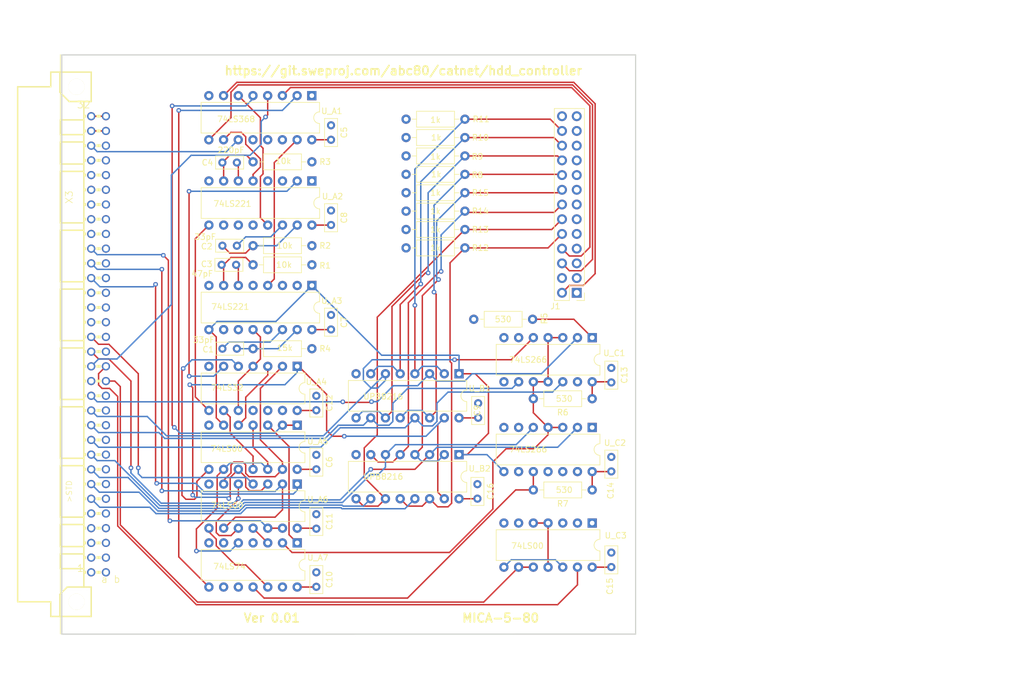
<source format=kicad_pcb>
(kicad_pcb
	(version 20240108)
	(generator "pcbnew")
	(generator_version "8.0")
	(general
		(thickness 1.6)
		(legacy_teardrops no)
	)
	(paper "A4")
	(title_block
		(title "DataBoard 5076-00")
		(date "2023-10-10")
		(rev "v1.01")
		(company "SweProj")
		(comment 1 "Monty to 4680 int")
	)
	(layers
		(0 "F.Cu" signal)
		(1 "In1.Cu" signal)
		(2 "In2.Cu" signal)
		(31 "B.Cu" signal)
		(32 "B.Adhes" user "B.Adhesive")
		(33 "F.Adhes" user "F.Adhesive")
		(34 "B.Paste" user)
		(35 "F.Paste" user)
		(36 "B.SilkS" user "B.Silkscreen")
		(37 "F.SilkS" user "F.Silkscreen")
		(38 "B.Mask" user)
		(39 "F.Mask" user)
		(40 "Dwgs.User" user "User.Drawings")
		(41 "Cmts.User" user "User.Comments")
		(42 "Eco1.User" user "User.Eco1")
		(43 "Eco2.User" user "User.Eco2")
		(44 "Edge.Cuts" user)
		(45 "Margin" user)
		(46 "B.CrtYd" user "B.Courtyard")
		(47 "F.CrtYd" user "F.Courtyard")
		(48 "B.Fab" user)
		(49 "F.Fab" user)
		(50 "User.1" user)
		(51 "User.2" user)
		(52 "User.3" user)
		(53 "User.4" user)
		(54 "User.5" user)
		(55 "User.6" user)
		(56 "User.7" user)
		(57 "User.8" user)
		(58 "User.9" user)
	)
	(setup
		(stackup
			(layer "F.SilkS"
				(type "Top Silk Screen")
			)
			(layer "F.Paste"
				(type "Top Solder Paste")
			)
			(layer "F.Mask"
				(type "Top Solder Mask")
				(thickness 0.01)
			)
			(layer "F.Cu"
				(type "copper")
				(thickness 0.035)
			)
			(layer "dielectric 1"
				(type "prepreg")
				(thickness 0.1)
				(material "FR4")
				(epsilon_r 4.5)
				(loss_tangent 0.02)
			)
			(layer "In1.Cu"
				(type "copper")
				(thickness 0.035)
			)
			(layer "dielectric 2"
				(type "core")
				(thickness 1.24)
				(material "FR4")
				(epsilon_r 4.5)
				(loss_tangent 0.02)
			)
			(layer "In2.Cu"
				(type "copper")
				(thickness 0.035)
			)
			(layer "dielectric 3"
				(type "prepreg")
				(thickness 0.1)
				(material "FR4")
				(epsilon_r 4.5)
				(loss_tangent 0.02)
			)
			(layer "B.Cu"
				(type "copper")
				(thickness 0.035)
			)
			(layer "B.Mask"
				(type "Bottom Solder Mask")
				(thickness 0.01)
			)
			(layer "B.Paste"
				(type "Bottom Solder Paste")
			)
			(layer "B.SilkS"
				(type "Bottom Silk Screen")
			)
			(copper_finish "None")
			(dielectric_constraints no)
		)
		(pad_to_mask_clearance 0)
		(allow_soldermask_bridges_in_footprints no)
		(pcbplotparams
			(layerselection 0x00010fc_ffffffff)
			(plot_on_all_layers_selection 0x0000000_00000000)
			(disableapertmacros no)
			(usegerberextensions no)
			(usegerberattributes yes)
			(usegerberadvancedattributes yes)
			(creategerberjobfile yes)
			(dashed_line_dash_ratio 12.000000)
			(dashed_line_gap_ratio 3.000000)
			(svgprecision 4)
			(plotframeref no)
			(viasonmask no)
			(mode 1)
			(useauxorigin no)
			(hpglpennumber 1)
			(hpglpenspeed 20)
			(hpglpendiameter 15.000000)
			(pdf_front_fp_property_popups yes)
			(pdf_back_fp_property_popups yes)
			(dxfpolygonmode yes)
			(dxfimperialunits yes)
			(dxfusepcbnewfont yes)
			(psnegative no)
			(psa4output no)
			(plotreference yes)
			(plotvalue yes)
			(plotfptext yes)
			(plotinvisibletext no)
			(sketchpadsonfab no)
			(subtractmaskfromsilk no)
			(outputformat 1)
			(mirror no)
			(drillshape 1)
			(scaleselection 1)
			(outputdirectory "")
		)
	)
	(net 0 "")
	(net 1 "unconnected-(X3--12V-PadA1)")
	(net 2 "GND")
	(net 3 "/~{RESIN}")
	(net 4 "/~{XMEMW80}")
	(net 5 "/D7")
	(net 6 "/D6")
	(net 7 "/D5")
	(net 8 "/D4")
	(net 9 "/D3")
	(net 10 "/D2")
	(net 11 "/D1")
	(net 12 "/D0")
	(net 13 "unconnected-(X3-NC-PadA14)")
	(net 14 "/~{RST}")
	(net 15 "/~{STATUS}")
	(net 16 "/~{INP}")
	(net 17 "/~{C4}")
	(net 18 "/~{C3}")
	(net 19 "/~{C2}")
	(net 20 "/~{C1}")
	(net 21 "/~{OUT}")
	(net 22 "/~{CS}")
	(net 23 "/~{NMI}")
	(net 24 "unconnected-(X3-GND-PadA25)")
	(net 25 "/~{XINPSTB}")
	(net 26 "/~{XOUTSTB}")
	(net 27 "/~{XM}")
	(net 28 "unconnected-(X3-GND-PadA29)")
	(net 29 "/READY")
	(net 30 "/ABC_12V")
	(net 31 "/~{XMEMW800}")
	(net 32 "/~{XMEMFL}")
	(net 33 "unconnected-(X3--12V-PadB1)")
	(net 34 "unconnected-(X3-GND-PadB6)")
	(net 35 "unconnected-(X3-GND-PadB7)")
	(net 36 "unconnected-(X3-GND-PadB8)")
	(net 37 "unconnected-(X3-GND-PadB9)")
	(net 38 "unconnected-(X3-GND-PadB10)")
	(net 39 "unconnected-(X3-GND-PadB11)")
	(net 40 "unconnected-(X3-GND-PadB12)")
	(net 41 "/A15")
	(net 42 "/A14")
	(net 43 "/A13")
	(net 44 "/A12")
	(net 45 "/A11")
	(net 46 "/A10")
	(net 47 "/A9")
	(net 48 "/A8")
	(net 49 "/A7")
	(net 50 "/A6")
	(net 51 "/A5")
	(net 52 "/A4")
	(net 53 "/A3")
	(net 54 "/A2")
	(net 55 "/A1")
	(net 56 "/A0")
	(net 57 "unconnected-(X3-NC-PadB30)")
	(net 58 "Net-(U_A2B-~{A})")
	(net 59 "Net-(U_A2B-Cext)")
	(net 60 "Net-(U_A3A-~{A})")
	(net 61 "Net-(U_A3B-~{Q})")
	(net 62 "Net-(U_B1-~{DIEN})")
	(net 63 "Net-(U_A4-Pad2)")
	(net 64 "Net-(U_A4-Pad5)")
	(net 65 "Net-(U_A1-I1)")
	(net 66 "Net-(J1-Pin_8)")
	(net 67 "Net-(U_A1-O2a)")
	(net 68 "Net-(J1-Pin_2)")
	(net 69 "Net-(J1-Pin_6)")
	(net 70 "Net-(U_A1-I4)")
	(net 71 "+5V")
	(net 72 "unconnected-(U_A1-O6b-Pad13)")
	(net 73 "unconnected-(U_A1-I6-Pad14)")
	(net 74 "Net-(U_A2A-B)")
	(net 75 "unconnected-(U_A2A-~{Q}-Pad4)")
	(net 76 "Net-(U_A2B-RCext)")
	(net 77 "Net-(U_A2A-Cext)")
	(net 78 "Net-(U_A4-Pad9)")
	(net 79 "Net-(U_A2A-RCext)")
	(net 80 "unconnected-(U_A2B-~{Q}-Pad12)")
	(net 81 "Net-(U_A3B-Cext)")
	(net 82 "Net-(U_A3B-RCext)")
	(net 83 "Net-(U_A3A-Cext)")
	(net 84 "unconnected-(U_A3A-B-Pad2)")
	(net 85 "Net-(U_A3A-RCext)")
	(net 86 "unconnected-(U_A3B-Q-Pad5)")
	(net 87 "unconnected-(J1-Pin_4-Pad4)")
	(net 88 "unconnected-(J1-Pin_7-Pad7)")
	(net 89 "unconnected-(U_A3B-B-Pad10)")
	(net 90 "unconnected-(J1-Pin_26-Pad26)")
	(net 91 "unconnected-(U_A3A-Q-Pad13)")
	(net 92 "Net-(U_A1-I3)")
	(net 93 "Net-(U_A1-OEb)")
	(net 94 "Net-(R5-Pad2)")
	(net 95 "Net-(U_A4-Pad3)")
	(net 96 "Net-(J1-Pin_16)")
	(net 97 "Net-(J1-Pin_14)")
	(net 98 "unconnected-(U_A4-Pad11)")
	(net 99 "unconnected-(U_A4-Pad12)")
	(net 100 "unconnected-(U_A4-Pad13)")
	(net 101 "Net-(U_A7A-~{R})")
	(net 102 "Net-(U_A7A-Q)")
	(net 103 "Net-(J1-Pin_12)")
	(net 104 "Net-(J1-Pin_10)")
	(net 105 "Net-(U_A7B-D)")
	(net 106 "Net-(U_A7A-C)")
	(net 107 "Net-(U_A7A-D)")
	(net 108 "unconnected-(U_A7A-~{Q}-Pad6)")
	(net 109 "unconnected-(U_A7B-Q-Pad9)")
	(net 110 "Net-(U_A7B-C)")
	(net 111 "Net-(J1-Pin_24)")
	(net 112 "Net-(J1-Pin_22)")
	(net 113 "Net-(J1-Pin_20)")
	(net 114 "Net-(J1-Pin_18)")
	(net 115 "unconnected-(U_C2-Pad11)")
	(net 116 "unconnected-(U_C2-Pad12)")
	(net 117 "unconnected-(U_C2-Pad13)")
	(net 118 "unconnected-(U_C3-Pad1)")
	(net 119 "unconnected-(U_C3-Pad2)")
	(net 120 "unconnected-(U_C3-Pad3)")
	(net 121 "Net-(U_C3-Pad11)")
	(net 122 "unconnected-(U_C3-Pad6)")
	(net 123 "Net-(U_C3-Pad12)")
	(net 124 "unconnected-(X3-~{INT}-PadB13)")
	(net 125 "unconnected-(X3-5-PadB5)")
	(footprint "Capacitor_THT:C_Rect_L4.6mm_W2.0mm_P2.50mm_MKS02_FKP02" (layer "F.Cu") (at 117.475 119.4 -90))
	(footprint "Capacitor_THT:C_Rect_L4.6mm_W2.0mm_P2.50mm_MKS02_FKP02" (layer "F.Cu") (at 92.202 72.156 -90))
	(footprint "Package_DIP:DIP-14_W7.62mm" (layer "F.Cu") (at 86.36 109.22 -90))
	(footprint "Resistor_THT:R_Axial_DIN0207_L6.3mm_D2.5mm_P10.16mm_Horizontal" (layer "F.Cu") (at 78.74 96.012))
	(footprint "Package_DIP:DIP-16_W7.62mm" (layer "F.Cu") (at 88.885 52.324 -90))
	(footprint "Resistor_THT:R_Axial_DIN0207_L6.3mm_D2.5mm_P10.16mm_Horizontal" (layer "F.Cu") (at 115.316 72.263 180))
	(footprint "Capacitor_THT:C_Rect_L4.6mm_W2.0mm_P2.50mm_MKS02_FKP02" (layer "F.Cu") (at 73.446 96.012))
	(footprint "Resistor_THT:R_Axial_DIN0207_L6.3mm_D2.5mm_P10.16mm_Horizontal" (layer "F.Cu") (at 115.316 78.613 180))
	(footprint "Resistor_THT:R_Axial_DIN0207_L6.3mm_D2.5mm_P10.16mm_Horizontal" (layer "F.Cu") (at 115.316 56.388 180))
	(footprint "Resistor_THT:R_Axial_DIN0207_L6.3mm_D2.5mm_P10.16mm_Horizontal" (layer "F.Cu") (at 88.9 78.232 180))
	(footprint "Capacitor_THT:C_Rect_L4.6mm_W2.0mm_P2.50mm_MKS02_FKP02" (layer "F.Cu") (at 89.662 104.14 -90))
	(footprint "Package_DIP:DIP-16_W7.62mm" (layer "F.Cu") (at 114.3 100.34 -90))
	(footprint "Resistor_THT:R_Axial_DIN0207_L6.3mm_D2.5mm_P10.16mm_Horizontal" (layer "F.Cu") (at 115.316 62.738 180))
	(footprint "Capacitor_THT:C_Rect_L4.6mm_W2.0mm_P2.50mm_MKS02_FKP02" (layer "F.Cu") (at 75.946 63.881 180))
	(footprint "Package_DIP:DIP-14_W7.62mm" (layer "F.Cu") (at 137.292 94.107 -90))
	(footprint "Resistor_THT:R_Axial_DIN0207_L6.3mm_D2.5mm_P10.16mm_Horizontal" (layer "F.Cu") (at 137.287 104.648 180))
	(footprint "Capacitor_THT:C_Rect_L4.6mm_W2.0mm_P2.50mm_MKS02_FKP02" (layer "F.Cu") (at 75.819 81.534 180))
	(footprint "Package_DIP:DIP-14_W7.62mm" (layer "F.Cu") (at 137.287 126.111 -90))
	(footprint "Resistor_THT:R_Axial_DIN0207_L6.3mm_D2.5mm_P10.16mm_Horizontal" (layer "F.Cu") (at 115.316 69.088 180))
	(footprint "Resistor_THT:R_Axial_DIN0207_L6.3mm_D2.5mm_P10.16mm_Horizontal" (layer "F.Cu") (at 115.316 75.438 180))
	(footprint "Capacitor_THT:C_Rect_L4.6mm_W2.0mm_P2.50mm_MKS02_FKP02" (layer "F.Cu") (at 140.589 131.211 -90))
	(footprint "hdd_controller:MAB64B-FAB64Q" (layer "F.Cu") (at 48.26 95.25 180))
	(footprint "Capacitor_THT:C_Rect_L4.6mm_W2.0mm_P2.50mm_MKS02_FKP02" (layer "F.Cu") (at 92.202 57.444 -90))
	(footprint "Package_DIP:DIP-14_W7.62mm"
		(layer "F.Cu")
		(uuid "93ebc804-63b2-4a21-90d2-bf434a52ed11")
		(at 86.365 119.38 -90)
		(descr "14-lead though-hole mounted DIP package, row spacing 7.62 mm (300 mils)")
		(tags "THT DIP DIL PDIP 2.54mm 7.62mm 300mil")
		(property "Reference" "U_A6"
			(at 2.667 -3.551 180)
			(layer "F.SilkS")
			(uuid "6817b027-35b2-4d0c-900a-8b0d95e96ab6")
			(effects
				(font
					(size 1 1)
					(thickness 0.15)
				)
			)
		)
		(property "Value" "74LS00"
			(at 3.683 12.07 180)
			(layer "F.SilkS")
			(uuid "23a34f43-711d-4701-8baf-dae46c8ca23c")
			(effects
				(font
					(size 1 1)
					(thickness 0.15)
				)
			)
		)
		(property "Footprint" ""
			(at 0 0 -90)
			(layer "F.Fab")
			(hide yes)
			(uuid "8b5a2c5b-cf38-470f-8a50-481a27a32d7c")
			(effects
				(font
					(size 1.27 1.27)
					(thickness 0.15)
				)
			)
		)
		(property "Datasheet" ""
			(at 0 0 -90)
			(layer "F.Fab")
			(hide yes)
			(uuid "b5a63cef-3679-4165-bb29-4898a6402807")
			(effects
				(font
					(size 1.27 1.27)
					(thickness 0.15)
				)
			)
		)
		(property "Description" "quad 2-input NAND gate"
			(at 0 0 -90)
			(layer "F.Fab")
			(hide yes)
			(uuid "9b8a68e6-fc1a-4c37-9c08-4b5f601fa326")
			(effects
				(font
					(size 1.27 1.27)
					(thickness 0.15)
				)
			)
		)
		(path "/a7a380b9-15fc-4c7a-aca8-16fdd0190054")
		(sheetfile "hdd_controller.kicad_sch")
		(attr through_hole)
		(fp_line
			(start 1.16 16.57)
			(end 6.46 16.57)
			(stroke
				(width 0.12)
				(type solid)
			)
			(layer "F.SilkS")
			(uuid "2b28addd-c939-49ba-a858-3f579c853a00")
		)
		(fp_line
			(start 6.46 16.57)
			(end 6.46 -1.33)
			(stroke
				(width 0.12)
				(type solid)
			)
			(layer "F.SilkS")
			(uuid "126981f5-4fcf-4e79-a494-b8c48a84e129")
		)
		(fp_line
			(start 1.16 -1.33)
			(end 1.16 16.57)
			(stroke
				(width 0.12)
				(type solid)
			)
			(layer "F.SilkS")
			(uuid "4a251b2e-8d4d-4790-a37e-9e3781d13bbe")
		)
		(fp_lin
... [1200236 chars truncated]
</source>
